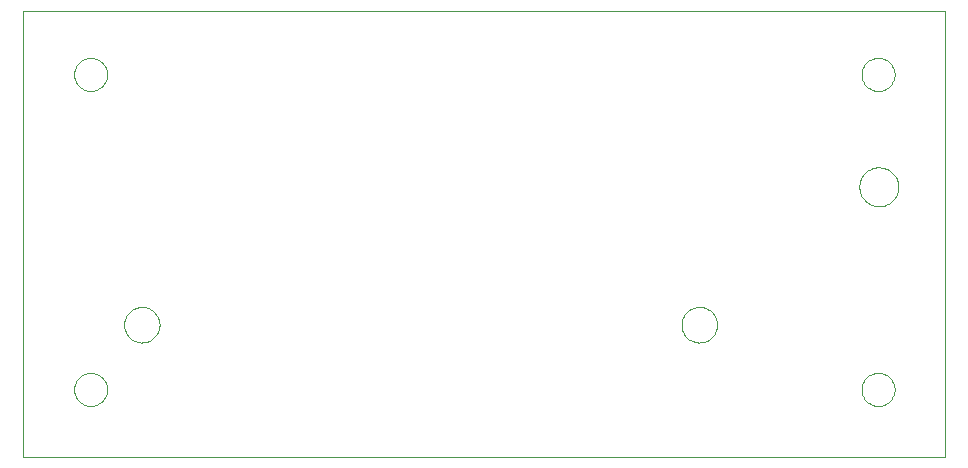
<source format=gbo>
G75*
%MOIN*%
%OFA0B0*%
%FSLAX24Y24*%
%IPPOS*%
%LPD*%
%AMOC8*
5,1,8,0,0,1.08239X$1,22.5*
%
%ADD10C,0.0000*%
D10*
X000180Y000180D02*
X000180Y015050D01*
X030922Y015050D01*
X030922Y000180D01*
X000180Y000180D01*
X001879Y002430D02*
X001881Y002477D01*
X001887Y002523D01*
X001897Y002569D01*
X001910Y002614D01*
X001928Y002657D01*
X001949Y002699D01*
X001973Y002739D01*
X002001Y002776D01*
X002032Y002811D01*
X002066Y002844D01*
X002102Y002873D01*
X002141Y002899D01*
X002182Y002922D01*
X002225Y002941D01*
X002269Y002957D01*
X002314Y002969D01*
X002360Y002977D01*
X002407Y002981D01*
X002453Y002981D01*
X002500Y002977D01*
X002546Y002969D01*
X002591Y002957D01*
X002635Y002941D01*
X002678Y002922D01*
X002719Y002899D01*
X002758Y002873D01*
X002794Y002844D01*
X002828Y002811D01*
X002859Y002776D01*
X002887Y002739D01*
X002911Y002699D01*
X002932Y002657D01*
X002950Y002614D01*
X002963Y002569D01*
X002973Y002523D01*
X002979Y002477D01*
X002981Y002430D01*
X002979Y002383D01*
X002973Y002337D01*
X002963Y002291D01*
X002950Y002246D01*
X002932Y002203D01*
X002911Y002161D01*
X002887Y002121D01*
X002859Y002084D01*
X002828Y002049D01*
X002794Y002016D01*
X002758Y001987D01*
X002719Y001961D01*
X002678Y001938D01*
X002635Y001919D01*
X002591Y001903D01*
X002546Y001891D01*
X002500Y001883D01*
X002453Y001879D01*
X002407Y001879D01*
X002360Y001883D01*
X002314Y001891D01*
X002269Y001903D01*
X002225Y001919D01*
X002182Y001938D01*
X002141Y001961D01*
X002102Y001987D01*
X002066Y002016D01*
X002032Y002049D01*
X002001Y002084D01*
X001973Y002121D01*
X001949Y002161D01*
X001928Y002203D01*
X001910Y002246D01*
X001897Y002291D01*
X001887Y002337D01*
X001881Y002383D01*
X001879Y002430D01*
X003548Y004582D02*
X003550Y004630D01*
X003556Y004678D01*
X003566Y004725D01*
X003579Y004771D01*
X003597Y004816D01*
X003617Y004860D01*
X003642Y004902D01*
X003670Y004941D01*
X003700Y004978D01*
X003734Y005012D01*
X003771Y005044D01*
X003809Y005073D01*
X003850Y005098D01*
X003893Y005120D01*
X003938Y005138D01*
X003984Y005152D01*
X004031Y005163D01*
X004079Y005170D01*
X004127Y005173D01*
X004175Y005172D01*
X004223Y005167D01*
X004271Y005158D01*
X004317Y005146D01*
X004362Y005129D01*
X004406Y005109D01*
X004448Y005086D01*
X004488Y005059D01*
X004526Y005029D01*
X004561Y004996D01*
X004593Y004960D01*
X004623Y004922D01*
X004649Y004881D01*
X004671Y004838D01*
X004691Y004794D01*
X004706Y004749D01*
X004718Y004702D01*
X004726Y004654D01*
X004730Y004606D01*
X004730Y004558D01*
X004726Y004510D01*
X004718Y004462D01*
X004706Y004415D01*
X004691Y004370D01*
X004671Y004326D01*
X004649Y004283D01*
X004623Y004242D01*
X004593Y004204D01*
X004561Y004168D01*
X004526Y004135D01*
X004488Y004105D01*
X004448Y004078D01*
X004406Y004055D01*
X004362Y004035D01*
X004317Y004018D01*
X004271Y004006D01*
X004223Y003997D01*
X004175Y003992D01*
X004127Y003991D01*
X004079Y003994D01*
X004031Y004001D01*
X003984Y004012D01*
X003938Y004026D01*
X003893Y004044D01*
X003850Y004066D01*
X003809Y004091D01*
X003771Y004120D01*
X003734Y004152D01*
X003700Y004186D01*
X003670Y004223D01*
X003642Y004262D01*
X003617Y004304D01*
X003597Y004348D01*
X003579Y004393D01*
X003566Y004439D01*
X003556Y004486D01*
X003550Y004534D01*
X003548Y004582D01*
X001879Y012930D02*
X001881Y012977D01*
X001887Y013023D01*
X001897Y013069D01*
X001910Y013114D01*
X001928Y013157D01*
X001949Y013199D01*
X001973Y013239D01*
X002001Y013276D01*
X002032Y013311D01*
X002066Y013344D01*
X002102Y013373D01*
X002141Y013399D01*
X002182Y013422D01*
X002225Y013441D01*
X002269Y013457D01*
X002314Y013469D01*
X002360Y013477D01*
X002407Y013481D01*
X002453Y013481D01*
X002500Y013477D01*
X002546Y013469D01*
X002591Y013457D01*
X002635Y013441D01*
X002678Y013422D01*
X002719Y013399D01*
X002758Y013373D01*
X002794Y013344D01*
X002828Y013311D01*
X002859Y013276D01*
X002887Y013239D01*
X002911Y013199D01*
X002932Y013157D01*
X002950Y013114D01*
X002963Y013069D01*
X002973Y013023D01*
X002979Y012977D01*
X002981Y012930D01*
X002979Y012883D01*
X002973Y012837D01*
X002963Y012791D01*
X002950Y012746D01*
X002932Y012703D01*
X002911Y012661D01*
X002887Y012621D01*
X002859Y012584D01*
X002828Y012549D01*
X002794Y012516D01*
X002758Y012487D01*
X002719Y012461D01*
X002678Y012438D01*
X002635Y012419D01*
X002591Y012403D01*
X002546Y012391D01*
X002500Y012383D01*
X002453Y012379D01*
X002407Y012379D01*
X002360Y012383D01*
X002314Y012391D01*
X002269Y012403D01*
X002225Y012419D01*
X002182Y012438D01*
X002141Y012461D01*
X002102Y012487D01*
X002066Y012516D01*
X002032Y012549D01*
X002001Y012584D01*
X001973Y012621D01*
X001949Y012661D01*
X001928Y012703D01*
X001910Y012746D01*
X001897Y012791D01*
X001887Y012837D01*
X001881Y012883D01*
X001879Y012930D01*
X022130Y004582D02*
X022132Y004630D01*
X022138Y004678D01*
X022148Y004725D01*
X022161Y004771D01*
X022179Y004816D01*
X022199Y004860D01*
X022224Y004902D01*
X022252Y004941D01*
X022282Y004978D01*
X022316Y005012D01*
X022353Y005044D01*
X022391Y005073D01*
X022432Y005098D01*
X022475Y005120D01*
X022520Y005138D01*
X022566Y005152D01*
X022613Y005163D01*
X022661Y005170D01*
X022709Y005173D01*
X022757Y005172D01*
X022805Y005167D01*
X022853Y005158D01*
X022899Y005146D01*
X022944Y005129D01*
X022988Y005109D01*
X023030Y005086D01*
X023070Y005059D01*
X023108Y005029D01*
X023143Y004996D01*
X023175Y004960D01*
X023205Y004922D01*
X023231Y004881D01*
X023253Y004838D01*
X023273Y004794D01*
X023288Y004749D01*
X023300Y004702D01*
X023308Y004654D01*
X023312Y004606D01*
X023312Y004558D01*
X023308Y004510D01*
X023300Y004462D01*
X023288Y004415D01*
X023273Y004370D01*
X023253Y004326D01*
X023231Y004283D01*
X023205Y004242D01*
X023175Y004204D01*
X023143Y004168D01*
X023108Y004135D01*
X023070Y004105D01*
X023030Y004078D01*
X022988Y004055D01*
X022944Y004035D01*
X022899Y004018D01*
X022853Y004006D01*
X022805Y003997D01*
X022757Y003992D01*
X022709Y003991D01*
X022661Y003994D01*
X022613Y004001D01*
X022566Y004012D01*
X022520Y004026D01*
X022475Y004044D01*
X022432Y004066D01*
X022391Y004091D01*
X022353Y004120D01*
X022316Y004152D01*
X022282Y004186D01*
X022252Y004223D01*
X022224Y004262D01*
X022199Y004304D01*
X022179Y004348D01*
X022161Y004393D01*
X022148Y004439D01*
X022138Y004486D01*
X022132Y004534D01*
X022130Y004582D01*
X028129Y002430D02*
X028131Y002477D01*
X028137Y002523D01*
X028147Y002569D01*
X028160Y002614D01*
X028178Y002657D01*
X028199Y002699D01*
X028223Y002739D01*
X028251Y002776D01*
X028282Y002811D01*
X028316Y002844D01*
X028352Y002873D01*
X028391Y002899D01*
X028432Y002922D01*
X028475Y002941D01*
X028519Y002957D01*
X028564Y002969D01*
X028610Y002977D01*
X028657Y002981D01*
X028703Y002981D01*
X028750Y002977D01*
X028796Y002969D01*
X028841Y002957D01*
X028885Y002941D01*
X028928Y002922D01*
X028969Y002899D01*
X029008Y002873D01*
X029044Y002844D01*
X029078Y002811D01*
X029109Y002776D01*
X029137Y002739D01*
X029161Y002699D01*
X029182Y002657D01*
X029200Y002614D01*
X029213Y002569D01*
X029223Y002523D01*
X029229Y002477D01*
X029231Y002430D01*
X029229Y002383D01*
X029223Y002337D01*
X029213Y002291D01*
X029200Y002246D01*
X029182Y002203D01*
X029161Y002161D01*
X029137Y002121D01*
X029109Y002084D01*
X029078Y002049D01*
X029044Y002016D01*
X029008Y001987D01*
X028969Y001961D01*
X028928Y001938D01*
X028885Y001919D01*
X028841Y001903D01*
X028796Y001891D01*
X028750Y001883D01*
X028703Y001879D01*
X028657Y001879D01*
X028610Y001883D01*
X028564Y001891D01*
X028519Y001903D01*
X028475Y001919D01*
X028432Y001938D01*
X028391Y001961D01*
X028352Y001987D01*
X028316Y002016D01*
X028282Y002049D01*
X028251Y002084D01*
X028223Y002121D01*
X028199Y002161D01*
X028178Y002203D01*
X028160Y002246D01*
X028147Y002291D01*
X028137Y002337D01*
X028131Y002383D01*
X028129Y002430D01*
X028055Y009180D02*
X028057Y009230D01*
X028063Y009280D01*
X028073Y009330D01*
X028086Y009378D01*
X028103Y009426D01*
X028124Y009472D01*
X028148Y009516D01*
X028176Y009558D01*
X028207Y009598D01*
X028241Y009635D01*
X028278Y009670D01*
X028317Y009701D01*
X028358Y009730D01*
X028402Y009755D01*
X028448Y009777D01*
X028495Y009795D01*
X028543Y009809D01*
X028592Y009820D01*
X028642Y009827D01*
X028692Y009830D01*
X028743Y009829D01*
X028793Y009824D01*
X028843Y009815D01*
X028891Y009803D01*
X028939Y009786D01*
X028985Y009766D01*
X029030Y009743D01*
X029073Y009716D01*
X029113Y009686D01*
X029151Y009653D01*
X029186Y009617D01*
X029219Y009578D01*
X029248Y009537D01*
X029274Y009494D01*
X029297Y009449D01*
X029316Y009402D01*
X029331Y009354D01*
X029343Y009305D01*
X029351Y009255D01*
X029355Y009205D01*
X029355Y009155D01*
X029351Y009105D01*
X029343Y009055D01*
X029331Y009006D01*
X029316Y008958D01*
X029297Y008911D01*
X029274Y008866D01*
X029248Y008823D01*
X029219Y008782D01*
X029186Y008743D01*
X029151Y008707D01*
X029113Y008674D01*
X029073Y008644D01*
X029030Y008617D01*
X028985Y008594D01*
X028939Y008574D01*
X028891Y008557D01*
X028843Y008545D01*
X028793Y008536D01*
X028743Y008531D01*
X028692Y008530D01*
X028642Y008533D01*
X028592Y008540D01*
X028543Y008551D01*
X028495Y008565D01*
X028448Y008583D01*
X028402Y008605D01*
X028358Y008630D01*
X028317Y008659D01*
X028278Y008690D01*
X028241Y008725D01*
X028207Y008762D01*
X028176Y008802D01*
X028148Y008844D01*
X028124Y008888D01*
X028103Y008934D01*
X028086Y008982D01*
X028073Y009030D01*
X028063Y009080D01*
X028057Y009130D01*
X028055Y009180D01*
X028129Y012930D02*
X028131Y012977D01*
X028137Y013023D01*
X028147Y013069D01*
X028160Y013114D01*
X028178Y013157D01*
X028199Y013199D01*
X028223Y013239D01*
X028251Y013276D01*
X028282Y013311D01*
X028316Y013344D01*
X028352Y013373D01*
X028391Y013399D01*
X028432Y013422D01*
X028475Y013441D01*
X028519Y013457D01*
X028564Y013469D01*
X028610Y013477D01*
X028657Y013481D01*
X028703Y013481D01*
X028750Y013477D01*
X028796Y013469D01*
X028841Y013457D01*
X028885Y013441D01*
X028928Y013422D01*
X028969Y013399D01*
X029008Y013373D01*
X029044Y013344D01*
X029078Y013311D01*
X029109Y013276D01*
X029137Y013239D01*
X029161Y013199D01*
X029182Y013157D01*
X029200Y013114D01*
X029213Y013069D01*
X029223Y013023D01*
X029229Y012977D01*
X029231Y012930D01*
X029229Y012883D01*
X029223Y012837D01*
X029213Y012791D01*
X029200Y012746D01*
X029182Y012703D01*
X029161Y012661D01*
X029137Y012621D01*
X029109Y012584D01*
X029078Y012549D01*
X029044Y012516D01*
X029008Y012487D01*
X028969Y012461D01*
X028928Y012438D01*
X028885Y012419D01*
X028841Y012403D01*
X028796Y012391D01*
X028750Y012383D01*
X028703Y012379D01*
X028657Y012379D01*
X028610Y012383D01*
X028564Y012391D01*
X028519Y012403D01*
X028475Y012419D01*
X028432Y012438D01*
X028391Y012461D01*
X028352Y012487D01*
X028316Y012516D01*
X028282Y012549D01*
X028251Y012584D01*
X028223Y012621D01*
X028199Y012661D01*
X028178Y012703D01*
X028160Y012746D01*
X028147Y012791D01*
X028137Y012837D01*
X028131Y012883D01*
X028129Y012930D01*
M02*

</source>
